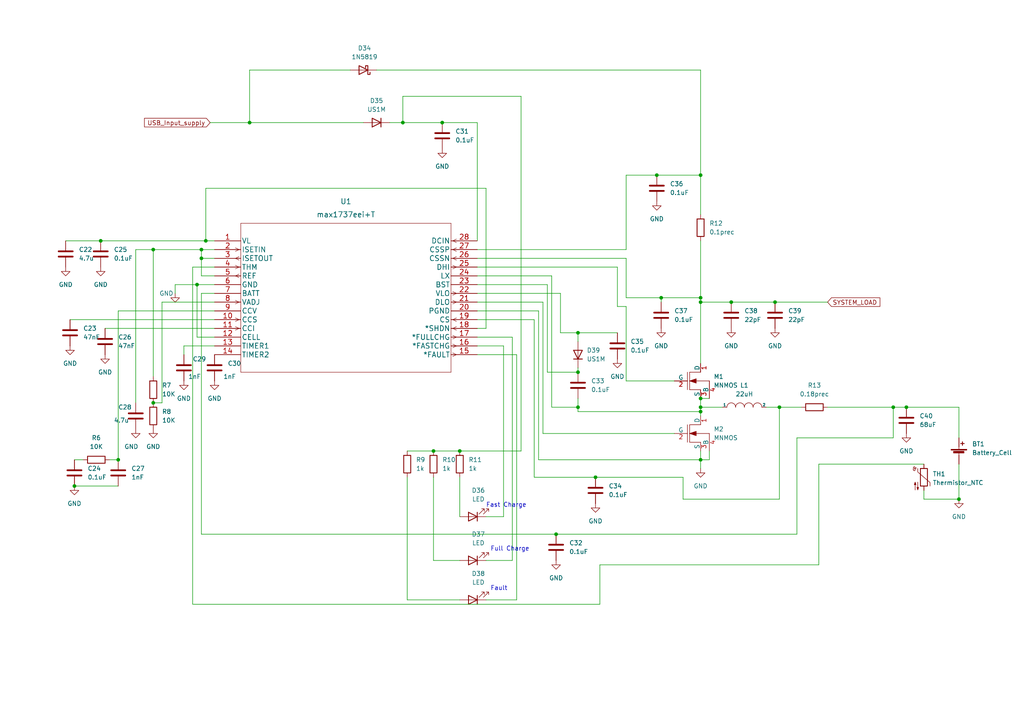
<source format=kicad_sch>
(kicad_sch (version 20211123) (generator eeschema)
  (paper "A4")
  (lib_symbols
    (symbol "Device:Battery_Cell" (pin_numbers hide) (pin_names (offset 0) hide)
      (property "Reference" "BT" (at 2.54 2.54 0))
      (property "Value" "Battery_Cell" (at 2.54 0 0))
      (symbol "Battery_Cell_0_1"
        (rectangle (start -2.286 1.778) (end 2.286 1.524) (fill (type outline)))
        (rectangle (start -1.5748 1.1938) (end 1.4732 0.6858) (fill (type outline)))
        (polyline (pts (xy 0 0.762) (xy 0 0)))
        (polyline (pts (xy 0 1.778) (xy 0 2.54)))
        (polyline (pts (xy 0.508 3.429) (xy 1.524 3.429)) (stroke (width 0.254)))
        (polyline (pts (xy 1.016 3.937) (xy 1.016 2.921)) (stroke (width 0.254)))
      )
      (symbol "Battery_Cell_1_1"
        (pin passive line (at 0 5.08 270) (length 2.54) (name "+") (number "1"))
        (pin passive line (at 0 -2.54 90) (length 2.54) (name "-") (number "2"))
      )
    )
    (symbol "Device:C" (pin_numbers hide) (pin_names (offset 0.254))
      (property "Reference" "C" (at 0.635 2.54 0))
      (property "Value" "C" (at 0.635 -2.54 0))
      (symbol "C_0_1"
        (polyline (pts (xy -2.032 -0.762) (xy 2.032 -0.762)) (stroke (width 0.508)))
        (polyline (pts (xy -2.032 0.762) (xy 2.032 0.762)) (stroke (width 0.508)))
      )
      (symbol "C_1_1"
        (pin passive line (at 0 3.81 270) (length 2.794) (name "~") (number "1"))
        (pin passive line (at 0 -3.81 90) (length 2.794) (name "~") (number "2"))
      )
    )
    (symbol "Device:LED" (pin_numbers hide) (pin_names (offset 1.016) hide)
      (property "Reference" "D" (at 0 2.54 0))
      (property "Value" "LED" (at 0 -2.54 0))
      (symbol "LED_0_1"
        (polyline (pts (xy -1.27 -1.27) (xy -1.27 1.27)) (stroke (width 0.254)))
        (polyline (pts (xy -1.27 0) (xy 1.27 0)))
        (polyline (pts (xy 1.27 -1.27) (xy 1.27 1.27) (xy -1.27 0) (xy 1.27 -1.27)) (stroke (width 0.254)))
        (polyline (pts (xy -3.048 -0.762) (xy -4.572 -2.286) (xy -3.81 -2.286) (xy -4.572 -2.286) (xy -4.572 -1.524)))
        (polyline (pts (xy -1.778 -0.762) (xy -3.302 -2.286) (xy -2.54 -2.286) (xy -3.302 -2.286) (xy -3.302 -1.524)))
      )
      (symbol "LED_1_1"
        (pin passive line (at -3.81 0 0) (length 2.54) (name "K") (number "1"))
        (pin passive line (at 3.81 0 180) (length 2.54) (name "A") (number "2"))
      )
    )
    (symbol "Device:R" (pin_numbers hide) (pin_names (offset 0))
      (property "Reference" "R" (at 2.032 0 90))
      (property "Value" "R" (at 0 0 90))
      (symbol "R_0_1"
        (rectangle (start -1.016 -2.54) (end 1.016 2.54) (stroke (width 0.254)))
      )
      (symbol "R_1_1"
        (pin passive line (at 0 3.81 270) (length 1.27) (name "~") (number "1"))
        (pin passive line (at 0 -3.81 90) (length 1.27) (name "~") (number "2"))
      )
    )
    (symbol "Device:Thermistor_NTC" (pin_numbers hide) (pin_names (offset 0))
      (property "Reference" "TH" (at -4.445 0 90))
      (property "Value" "Thermistor_NTC" (at 3.175 0 90))
      (symbol "Thermistor_NTC_0_1"
        (arc (start -3.048 2.159) (mid -3.0505 2.3165) (end -3.175 2.413))
        (arc (start -3.048 2.159) (mid -2.9736 1.9794) (end -2.794 1.905))
        (arc (start -3.048 2.794) (mid -2.9736 2.6144) (end -2.794 2.54))
        (arc (start -2.794 1.905) (mid -2.6144 1.9794) (end -2.54 2.159))
        (arc (start -2.794 2.54) (mid -2.434 2.5608) (end -2.159 2.794))
        (arc (start -2.794 3.048) (mid -2.9736 2.9736) (end -3.048 2.794))
        (arc (start -2.54 2.794) (mid -2.6144 2.9736) (end -2.794 3.048))
        (rectangle (start -1.016 2.54) (end 1.016 -2.54) (stroke (width 0.254)))
        (polyline (pts (xy -2.54 2.159) (xy -2.54 2.794)))
        (polyline (pts (xy -1.778 2.54) (xy -1.778 1.524) (xy 1.778 -1.524) (xy 1.778 -2.54)))
        (polyline (pts (xy -2.54 -3.683) (xy -2.54 -1.397) (xy -2.794 -2.159) (xy -2.286 -2.159) (xy -2.54 -1.397) (xy -2.54 -1.651)) (fill (type outline)))
        (polyline (pts (xy -1.778 -1.397) (xy -1.778 -3.683) (xy -2.032 -2.921) (xy -1.524 -2.921) (xy -1.778 -3.683) (xy -1.778 -3.429)) (fill (type outline)))
      )
      (symbol "Thermistor_NTC_1_1"
        (pin passive line (at 0 3.81 270) (length 1.27) (name "~") (number "1"))
        (pin passive line (at 0 -3.81 90) (length 1.27) (name "~") (number "2"))
      )
    )
    (symbol "Diode:1N5819" (pin_numbers hide) (pin_names (offset 1.016) hide)
      (property "Reference" "D" (at 0 2.54 0))
      (property "Value" "1N5819" (at 0 -2.54 0))
      (symbol "1N5819_0_1"
        (polyline (pts (xy 1.27 0) (xy -1.27 0)))
        (polyline (pts (xy 1.27 1.27) (xy 1.27 -1.27) (xy -1.27 0) (xy 1.27 1.27)) (stroke (width 0.254)))
        (polyline (pts (xy -1.905 0.635) (xy -1.905 1.27) (xy -1.27 1.27) (xy -1.27 -1.27) (xy -0.635 -1.27) (xy -0.635 -0.635)) (stroke (width 0.254)))
      )
      (symbol "1N5819_1_1"
        (pin passive line (at -3.81 0 0) (length 2.54) (name "K") (number "1"))
        (pin passive line (at 3.81 0 180) (length 2.54) (name "A") (number "2"))
      )
    )
    (symbol "Diode:US1M" (pin_numbers hide) (pin_names (offset 1.016) hide)
      (property "Reference" "D" (at 0 2.54 0))
      (property "Value" "US1M" (at 0 -2.54 0))
      (symbol "US1M_0_1"
        (polyline (pts (xy -1.27 1.27) (xy -1.27 -1.27)) (stroke (width 0.254)))
        (polyline (pts (xy 1.27 0) (xy -1.27 0)))
        (polyline (pts (xy 1.27 1.27) (xy 1.27 -1.27) (xy -1.27 0) (xy 1.27 1.27)) (stroke (width 0.254)))
      )
      (symbol "US1M_1_1"
        (pin passive line (at -3.81 0 0) (length 2.54) (name "K") (number "1"))
        (pin passive line (at 3.81 0 180) (length 2.54) (name "A") (number "2"))
      )
    )
    (symbol "max1737:max1737eei+T" (pin_names (offset 0.254))
      (property "Reference" "U" (at 38.1 10.16 0))
      (property "Value" "max1737eei+T" (at 38.1 7.62 0))
      (symbol "max1737eei+T_1_1"
        (polyline (pts (xy 7.112 -25.4) (xy 6.0452 -25.908)) (stroke (width 0.127)))
        (polyline (pts (xy 7.112 -25.4) (xy 6.0452 -24.892)) (stroke (width 0.127)))
        (polyline (pts (xy 7.112 -22.86) (xy 6.0452 -23.368)) (stroke (width 0.127)))
        (polyline (pts (xy 7.112 -22.86) (xy 6.0452 -22.352)) (stroke (width 0.127)))
        (polyline (pts (xy 7.112 -17.78) (xy 6.0452 -18.288)) (stroke (width 0.127)))
        (polyline (pts (xy 7.112 -17.78) (xy 6.0452 -17.272)) (stroke (width 0.127)))
        (polyline (pts (xy 7.112 -10.668) (xy 6.0452 -10.16)) (stroke (width 0.127)))
        (polyline (pts (xy 7.112 -9.652) (xy 6.0452 -10.16)) (stroke (width 0.127)))
        (polyline (pts (xy 7.112 -7.62) (xy 6.0452 -8.128)) (stroke (width 0.127)))
        (polyline (pts (xy 7.112 -7.62) (xy 6.0452 -7.112)) (stroke (width 0.127)))
        (polyline (pts (xy 7.112 -5.588) (xy 6.0452 -5.08)) (stroke (width 0.127)))
        (polyline (pts (xy 7.112 -4.572) (xy 6.0452 -5.08)) (stroke (width 0.127)))
        (polyline (pts (xy 7.112 -2.54) (xy 6.0452 -3.048)) (stroke (width 0.127)))
        (polyline (pts (xy 7.112 -2.54) (xy 6.0452 -2.032)) (stroke (width 0.127)))
        (polyline (pts (xy 7.62 -38.1) (xy 68.58 -38.1)) (stroke (width 0.127)))
        (polyline (pts (xy 7.62 5.08) (xy 7.62 -38.1)) (stroke (width 0.127)))
        (polyline (pts (xy 68.58 -38.1) (xy 68.58 5.08)) (stroke (width 0.127)))
        (polyline (pts (xy 68.58 5.08) (xy 7.62 5.08)) (stroke (width 0.127)))
        (polyline (pts (xy 69.088 -33.528) (xy 70.1548 -33.02)) (stroke (width 0.127)))
        (polyline (pts (xy 69.088 -32.512) (xy 70.1548 -33.02)) (stroke (width 0.127)))
        (polyline (pts (xy 69.088 -30.988) (xy 70.1548 -30.48)) (stroke (width 0.127)))
        (polyline (pts (xy 69.088 -29.972) (xy 70.1548 -30.48)) (stroke (width 0.127)))
        (polyline (pts (xy 69.088 -28.448) (xy 70.1548 -27.94)) (stroke (width 0.127)))
        (polyline (pts (xy 69.088 -27.432) (xy 70.1548 -27.94)) (stroke (width 0.127)))
        (polyline (pts (xy 69.088 -25.4) (xy 70.1548 -25.908)) (stroke (width 0.127)))
        (polyline (pts (xy 69.088 -25.4) (xy 70.1548 -24.892)) (stroke (width 0.127)))
        (polyline (pts (xy 69.088 -22.86) (xy 70.1548 -23.368)) (stroke (width 0.127)))
        (polyline (pts (xy 69.088 -22.86) (xy 70.1548 -22.352)) (stroke (width 0.127)))
        (polyline (pts (xy 69.088 -18.288) (xy 70.1548 -17.78)) (stroke (width 0.127)))
        (polyline (pts (xy 69.088 -17.272) (xy 70.1548 -17.78)) (stroke (width 0.127)))
        (polyline (pts (xy 69.088 -15.748) (xy 70.1548 -15.24)) (stroke (width 0.127)))
        (polyline (pts (xy 69.088 -14.732) (xy 70.1548 -15.24)) (stroke (width 0.127)))
        (polyline (pts (xy 69.088 -8.128) (xy 70.1548 -7.62)) (stroke (width 0.127)))
        (polyline (pts (xy 69.088 -7.112) (xy 70.1548 -7.62)) (stroke (width 0.127)))
        (polyline (pts (xy 69.088 -5.08) (xy 70.1548 -5.588)) (stroke (width 0.127)))
        (polyline (pts (xy 69.088 -5.08) (xy 70.1548 -4.572)) (stroke (width 0.127)))
        (polyline (pts (xy 69.088 -2.54) (xy 70.1548 -3.048)) (stroke (width 0.127)))
        (polyline (pts (xy 69.088 -2.54) (xy 70.1548 -2.032)) (stroke (width 0.127)))
        (polyline (pts (xy 69.088 0) (xy 70.1548 -0.508)) (stroke (width 0.127)))
        (polyline (pts (xy 69.088 0) (xy 70.1548 0.508)) (stroke (width 0.127)))
        (pin power_in line (at 0 0 0) (length 7.62) (name "VL") (number "1"))
        (pin input line (at 0 -22.86 0) (length 7.62) (name "CCS") (number "10"))
        (pin input line (at 0 -25.4 0) (length 7.62) (name "CCI") (number "11"))
        (pin unspecified line (at 0 -27.94 0) (length 7.62) (name "CELL") (number "12"))
        (pin unspecified line (at 0 -30.48 0) (length 7.62) (name "TIMER1") (number "13"))
        (pin unspecified line (at 0 -33.02 0) (length 7.62) (name "TIMER2") (number "14"))
        (pin output line (at 76.2 -33.02 180) (length 7.62) (name "*FAULT") (number "15"))
        (pin output line (at 76.2 -30.48 180) (length 7.62) (name "*FASTCHG") (number "16"))
        (pin output line (at 76.2 -27.94 180) (length 7.62) (name "*FULLCHG") (number "17"))
        (pin input line (at 76.2 -25.4 180) (length 7.62) (name "*SHDN") (number "18"))
        (pin input line (at 76.2 -22.86 180) (length 7.62) (name "CS") (number "19"))
        (pin input line (at 0 -2.54 0) (length 7.62) (name "ISETIN") (number "2"))
        (pin power_in line (at 76.2 -20.32 180) (length 7.62) (name "PGND") (number "20"))
        (pin output line (at 76.2 -17.78 180) (length 7.62) (name "DLO") (number "21"))
        (pin output line (at 76.2 -15.24 180) (length 7.62) (name "VLO") (number "22"))
        (pin unspecified line (at 76.2 -12.7 180) (length 7.62) (name "BST") (number "23"))
        (pin unspecified line (at 76.2 -10.16 180) (length 7.62) (name "LX") (number "24"))
        (pin output line (at 76.2 -7.62 180) (length 7.62) (name "DHI") (number "25"))
        (pin input line (at 76.2 -5.08 180) (length 7.62) (name "CSSN") (number "26"))
        (pin input line (at 76.2 -2.54 180) (length 7.62) (name "CSSP") (number "27"))
        (pin input line (at 76.2 0 180) (length 7.62) (name "DCIN") (number "28"))
        (pin output line (at 0 -5.08 0) (length 7.62) (name "ISETOUT") (number "3"))
        (pin input line (at 0 -7.62 0) (length 7.62) (name "THM") (number "4"))
        (pin output line (at 0 -10.16 0) (length 7.62) (name "REF") (number "5"))
        (pin power_in line (at 0 -12.7 0) (length 7.62) (name "GND") (number "6"))
        (pin power_in line (at 0 -15.24 0) (length 7.62) (name "BATT") (number "7"))
        (pin input line (at 0 -17.78 0) (length 7.62) (name "VADJ") (number "8"))
        (pin unspecified line (at 0 -20.32 0) (length 7.62) (name "CCV") (number "9"))
      )
    )
    (symbol "power:GND" (power) (pin_names (offset 0))
      (property "Value" "GND" (at 0 -3.81 0))
      (symbol "GND_0_1"
        (polyline (pts (xy 0 0) (xy 0 -1.27) (xy 1.27 -1.27) (xy 0 -2.54) (xy -1.27 -1.27) (xy 0 -1.27)))
      )
      (symbol "GND_1_1"
        (pin power_in line (at 0 0 270) (length 0) hide (name "GND") (number "1"))
      )
    )
    (symbol "pspice:INDUCTOR" (pin_numbers hide) (pin_names (offset 0))
      (property "Reference" "L" (at 0 2.54 0))
      (property "Value" "INDUCTOR" (at 0 -1.27 0))
      (symbol "INDUCTOR_0_1"
        (arc (start -2.54 0) (mid -3.81 1.27) (end -5.08 0))
        (arc (start 0 0) (mid -1.27 1.27) (end -2.54 0))
        (arc (start 2.54 0) (mid 1.27 1.27) (end 0 0))
        (arc (start 5.08 0) (mid 3.81 1.27) (end 2.54 0))
      )
      (symbol "INDUCTOR_1_1"
        (pin input line (at -6.35 0 0) (length 1.27) (name "1") (number "1"))
        (pin input line (at 6.35 0 180) (length 1.27) (name "2") (number "2"))
      )
    )
    (symbol "pspice:MNMOS" (pin_names (offset 0))
      (property "Reference" "M" (at 7.62 1.27 0))
      (property "Value" "MNMOS" (at 7.62 -1.27 0))
      (symbol "MNMOS_0_1"
        (polyline (pts (xy -1.27 -2.54) (xy -1.27 2.54)))
        (polyline (pts (xy -0.635 -2.54) (xy 2.54 -2.54)))
        (polyline (pts (xy 2.54 2.54) (xy -0.635 2.54)))
        (polyline (pts (xy 5.08 0) (xy -0.635 0)))
        (polyline (pts (xy -0.635 0) (xy 1.27 0.635) (xy 1.27 -0.635) (xy -0.635 0)) (fill (type outline)))
      )
      (symbol "MNMOS_1_1"
        (polyline (pts (xy -0.635 -2.54) (xy -0.635 2.54)))
        (pin passive line (at 2.54 5.08 270) (length 2.54) (name "D") (number "1"))
        (pin input line (at -5.08 0 0) (length 3.81) (name "G") (number "2"))
        (pin passive line (at 2.54 -5.08 90) (length 2.54) (name "S") (number "3"))
        (pin input line (at 5.08 -5.08 90) (length 5.08) (name "B") (number "4"))
      )
    )
  )
  (junction (at 21.59 140.97))
  (junction (at 172.72 138.43))
  (junction (at 72.39 35.56))
  (junction (at 259.08 118.11))
  (junction (at 203.2 87.63))
  (junction (at 59.69 69.85))
  (junction (at 226.06 118.11))
  (junction (at 44.45 116.84))
  (junction (at 34.29 133.35))
  (junction (at 212.09 87.63))
  (junction (at 29.21 69.85))
  (junction (at 44.45 72.39))
  (junction (at 203.2 119.38))
  (junction (at 224.79 87.63))
  (junction (at 133.35 130.81))
  (junction (at 116.84 35.56))
  (junction (at 203.2 118.11))
  (junction (at 125.73 130.81))
  (junction (at 161.29 154.94))
  (junction (at 167.64 107.95))
  (junction (at 203.2 133.35))
  (junction (at 128.27 35.56))
  (junction (at 191.77 86.36))
  (junction (at 203.2 50.8))
  (junction (at 203.2 86.36))
  (junction (at 58.42 74.93))
  (junction (at 167.64 96.52))
  (junction (at 278.13 144.78))
  (junction (at 203.2 115.57))
  (junction (at 58.42 72.39))
  (junction (at 190.5 50.8))
  (junction (at 167.64 118.11))
  (junction (at 57.15 82.55))
  (junction (at 262.89 118.11))
  (wire (pts (xy 167.64 96.52) (xy 167.64 99.06)))
  (wire (pts (xy 278.13 118.11) (xy 262.89 118.11)))
  (wire (pts (xy 167.64 119.38) (xy 203.2 119.38)))
  (wire (pts (xy 191.77 86.36) (xy 203.2 86.36)))
  (wire (pts (xy 154.94 92.71) (xy 154.94 138.43)))
  (wire (pts (xy 278.13 134.62) (xy 278.13 144.78)))
  (wire (pts (xy 158.75 107.95) (xy 167.64 107.95)))
  (wire (pts (xy 203.2 119.38) (xy 203.2 120.65)))
  (wire (pts (xy 101.6 20.32) (xy 72.39 20.32)))
  (wire (pts (xy 160.02 118.11) (xy 167.64 118.11)))
  (wire (pts (xy 259.08 118.11) (xy 262.89 118.11)))
  (wire (pts (xy 231.14 127) (xy 231.14 154.94)))
  (wire (pts (xy 181.61 110.49) (xy 181.61 88.9)))
  (wire (pts (xy 55.88 175.26) (xy 173.99 175.26)))
  (wire (pts (xy 157.48 125.73) (xy 195.58 125.73)))
  (wire (pts (xy 198.12 138.43) (xy 198.12 144.78)))
  (wire (pts (xy 46.99 87.63) (xy 46.99 116.84)))
  (wire (pts (xy 160.02 80.01) (xy 160.02 118.11)))
  (wire (pts (xy 109.22 20.32) (xy 203.2 20.32)))
  (wire (pts (xy 140.97 162.56) (xy 148.59 162.56)))
  (wire (pts (xy 203.2 115.57) (xy 205.74 115.57)))
  (wire (pts (xy 181.61 86.36) (xy 191.77 86.36)))
  (wire (pts (xy 203.2 118.11) (xy 203.2 119.38)))
  (wire (pts (xy 151.13 130.81) (xy 133.35 130.81)))
  (wire (pts (xy 162.56 96.52) (xy 167.64 96.52)))
  (wire (pts (xy 179.07 88.9) (xy 179.07 77.47)))
  (wire (pts (xy 149.86 173.99) (xy 149.86 102.87)))
  (wire (pts (xy 167.64 119.38) (xy 167.64 118.11)))
  (wire (pts (xy 57.15 82.55) (xy 50.8 82.55)))
  (wire (pts (xy 62.23 82.55) (xy 57.15 82.55)))
  (wire (pts (xy 190.5 50.8) (xy 203.2 50.8)))
  (wire (pts (xy 116.84 35.56) (xy 128.27 35.56)))
  (wire (pts (xy 158.75 82.55) (xy 158.75 107.95)))
  (wire (pts (xy 226.06 118.11) (xy 232.41 118.11)))
  (wire (pts (xy 46.99 87.63) (xy 62.23 87.63)))
  (wire (pts (xy 59.69 54.61) (xy 59.69 69.85)))
  (wire (pts (xy 205.74 130.81) (xy 205.74 133.35)))
  (wire (pts (xy 34.29 90.17) (xy 34.29 133.35)))
  (wire (pts (xy 58.42 72.39) (xy 62.23 72.39)))
  (wire (pts (xy 125.73 162.56) (xy 133.35 162.56)))
  (wire (pts (xy 62.23 97.79) (xy 57.15 97.79)))
  (wire (pts (xy 148.59 97.79) (xy 138.43 97.79)))
  (wire (pts (xy 116.84 27.94) (xy 151.13 27.94)))
  (wire (pts (xy 267.97 144.78) (xy 267.97 142.24)))
  (wire (pts (xy 30.48 95.25) (xy 62.23 95.25)))
  (wire (pts (xy 167.64 107.95) (xy 167.64 106.68)))
  (wire (pts (xy 209.55 118.11) (xy 203.2 118.11)))
  (wire (pts (xy 203.2 133.35) (xy 203.2 135.89)))
  (wire (pts (xy 140.97 149.86) (xy 146.05 149.86)))
  (wire (pts (xy 59.69 69.85) (xy 62.23 69.85)))
  (wire (pts (xy 39.37 72.39) (xy 44.45 72.39)))
  (wire (pts (xy 19.05 69.85) (xy 29.21 69.85)))
  (wire (pts (xy 161.29 154.94) (xy 231.14 154.94)))
  (wire (pts (xy 138.43 82.55) (xy 158.75 82.55)))
  (wire (pts (xy 116.84 35.56) (xy 116.84 27.94)))
  (wire (pts (xy 172.72 138.43) (xy 198.12 138.43)))
  (wire (pts (xy 156.21 90.17) (xy 156.21 133.35)))
  (wire (pts (xy 138.43 74.93) (xy 181.61 74.93)))
  (wire (pts (xy 34.29 90.17) (xy 62.23 90.17)))
  (wire (pts (xy 21.59 133.35) (xy 24.13 133.35)))
  (wire (pts (xy 62.23 85.09) (xy 58.42 85.09)))
  (wire (pts (xy 212.09 87.63) (xy 224.79 87.63)))
  (wire (pts (xy 57.15 97.79) (xy 57.15 82.55)))
  (wire (pts (xy 267.97 134.62) (xy 237.49 134.62)))
  (wire (pts (xy 118.11 138.43) (xy 118.11 173.99)))
  (wire (pts (xy 240.03 118.11) (xy 259.08 118.11)))
  (wire (pts (xy 138.43 90.17) (xy 156.21 90.17)))
  (wire (pts (xy 58.42 80.01) (xy 58.42 74.93)))
  (wire (pts (xy 181.61 88.9) (xy 179.07 88.9)))
  (wire (pts (xy 125.73 138.43) (xy 125.73 162.56)))
  (wire (pts (xy 50.8 82.55) (xy 50.8 85.09)))
  (wire (pts (xy 62.23 74.93) (xy 58.42 74.93)))
  (wire (pts (xy 162.56 85.09) (xy 162.56 96.52)))
  (wire (pts (xy 133.35 138.43) (xy 133.35 149.86)))
  (wire (pts (xy 179.07 77.47) (xy 138.43 77.47)))
  (wire (pts (xy 181.61 110.49) (xy 195.58 110.49)))
  (wire (pts (xy 44.45 72.39) (xy 58.42 72.39)))
  (wire (pts (xy 140.97 54.61) (xy 140.97 95.25)))
  (wire (pts (xy 125.73 130.81) (xy 133.35 130.81)))
  (wire (pts (xy 72.39 20.32) (xy 72.39 35.56)))
  (wire (pts (xy 39.37 116.84) (xy 39.37 72.39)))
  (wire (pts (xy 203.2 86.36) (xy 203.2 87.63)))
  (wire (pts (xy 179.07 96.52) (xy 167.64 96.52)))
  (wire (pts (xy 278.13 144.78) (xy 267.97 144.78)))
  (wire (pts (xy 181.61 50.8) (xy 181.61 72.39)))
  (wire (pts (xy 138.43 80.01) (xy 160.02 80.01)))
  (wire (pts (xy 146.05 149.86) (xy 146.05 100.33)))
  (wire (pts (xy 58.42 154.94) (xy 161.29 154.94)))
  (wire (pts (xy 237.49 163.83) (xy 173.99 163.83)))
  (wire (pts (xy 205.74 133.35) (xy 203.2 133.35)))
  (wire (pts (xy 58.42 85.09) (xy 58.42 154.94)))
  (wire (pts (xy 138.43 87.63) (xy 157.48 87.63)))
  (wire (pts (xy 167.64 115.57) (xy 167.64 118.11)))
  (wire (pts (xy 203.2 20.32) (xy 203.2 50.8)))
  (wire (pts (xy 72.39 35.56) (xy 105.41 35.56)))
  (wire (pts (xy 21.59 140.97) (xy 34.29 140.97)))
  (wire (pts (xy 156.21 133.35) (xy 203.2 133.35)))
  (wire (pts (xy 226.06 144.78) (xy 226.06 118.11)))
  (wire (pts (xy 149.86 102.87) (xy 138.43 102.87)))
  (wire (pts (xy 222.25 118.11) (xy 226.06 118.11)))
  (wire (pts (xy 140.97 173.99) (xy 149.86 173.99)))
  (wire (pts (xy 44.45 72.39) (xy 44.45 109.22)))
  (wire (pts (xy 113.03 35.56) (xy 116.84 35.56)))
  (wire (pts (xy 231.14 127) (xy 259.08 127)))
  (wire (pts (xy 154.94 138.43) (xy 172.72 138.43)))
  (wire (pts (xy 118.11 130.81) (xy 125.73 130.81)))
  (wire (pts (xy 237.49 134.62) (xy 237.49 163.83)))
  (wire (pts (xy 62.23 100.33) (xy 53.34 100.33)))
  (wire (pts (xy 203.2 69.85) (xy 203.2 86.36)))
  (wire (pts (xy 55.88 77.47) (xy 62.23 77.47)))
  (wire (pts (xy 62.23 80.01) (xy 58.42 80.01)))
  (wire (pts (xy 157.48 87.63) (xy 157.48 125.73)))
  (wire (pts (xy 140.97 95.25) (xy 138.43 95.25)))
  (wire (pts (xy 191.77 86.36) (xy 191.77 87.63)))
  (wire (pts (xy 138.43 72.39) (xy 181.61 72.39)))
  (wire (pts (xy 31.75 133.35) (xy 34.29 133.35)))
  (wire (pts (xy 181.61 74.93) (xy 181.61 86.36)))
  (wire (pts (xy 53.34 100.33) (xy 53.34 102.87)))
  (wire (pts (xy 203.2 87.63) (xy 203.2 105.41)))
  (wire (pts (xy 151.13 27.94) (xy 151.13 130.81)))
  (wire (pts (xy 138.43 85.09) (xy 162.56 85.09)))
  (wire (pts (xy 224.79 87.63) (xy 240.03 87.63)))
  (wire (pts (xy 198.12 144.78) (xy 226.06 144.78)))
  (wire (pts (xy 203.2 87.63) (xy 212.09 87.63)))
  (wire (pts (xy 128.27 35.56) (xy 138.43 35.56)))
  (wire (pts (xy 259.08 127) (xy 259.08 118.11)))
  (wire (pts (xy 29.21 69.85) (xy 59.69 69.85)))
  (wire (pts (xy 138.43 92.71) (xy 154.94 92.71)))
  (wire (pts (xy 59.69 54.61) (xy 140.97 54.61)))
  (wire (pts (xy 148.59 162.56) (xy 148.59 97.79)))
  (wire (pts (xy 20.32 92.71) (xy 62.23 92.71)))
  (wire (pts (xy 138.43 69.85) (xy 138.43 35.56)))
  (wire (pts (xy 55.88 175.26) (xy 55.88 77.47)))
  (wire (pts (xy 60.96 35.56) (xy 72.39 35.56)))
  (wire (pts (xy 46.99 116.84) (xy 44.45 116.84)))
  (wire (pts (xy 146.05 100.33) (xy 138.43 100.33)))
  (wire (pts (xy 203.2 50.8) (xy 203.2 62.23)))
  (wire (pts (xy 58.42 74.93) (xy 58.42 72.39)))
  (wire (pts (xy 173.99 163.83) (xy 173.99 175.26)))
  (wire (pts (xy 203.2 115.57) (xy 203.2 118.11)))
  (wire (pts (xy 181.61 50.8) (xy 190.5 50.8)))
  (wire (pts (xy 118.11 173.99) (xy 133.35 173.99)))
  (wire (pts (xy 203.2 133.35) (xy 203.2 130.81)))
  (wire (pts (xy 278.13 127) (xy 278.13 118.11)))
  (text "Full Charge" (at 142.24 160.02 0) (effects (font (size 1.27 1.27)) (justify left bottom)))
  (text "Fast Charge" (at 140.97 147.32 0) (effects (font (size 1.27 1.27)) (justify left bottom)))
  (text "Fault" (at 142.24 171.45 0) (effects (font (size 1.27 1.27)) (justify left bottom)))
  (global_label "SYSTEM_LOAD" (shape input) (at 240.03 87.63 0) (property "Intersheet References" "${INTERSHEET_REFS}" (effects hide)))
  (global_label "USB_Input_supply" (shape input) (at 60.96 35.56 180) (property "Intersheet References" "${INTERSHEET_REFS}" (effects hide)))
  (symbol (lib_id "Diode:1N5819") (at 105.41 20.32 180) (unit 1)
    (property "Reference" "D34" (at 105.7275 13.97 0))
    (property "Value" "1N5819" (at 105.7275 16.51 0))
    (property "Footprint" "Diode_THT:D_DO-41_SOD81_P10.16mm_Horizontal" (effects hide))
    (property "Datasheet" "http://www.vishay.com/docs/88525/1n5817.pdf" (effects hide))
  )
  (symbol (lib_id "Device:R") (at 203.2 66.04 0) (unit 1)
    (property "Reference" "R12" (at 205.74 64.7699 0) (effects (justify left)))
    (property "Value" "0.1prec" (at 205.74 67.3099 0) (effects (justify left)))
    (property "Footprint" "Resistor_SMD:R_2512_6332Metric_Pad1.40x3.35mm_HandSolder" (effects hide))
  )
  (symbol (lib_id "Device:C") (at 172.72 142.24 0) (unit 1)
    (property "Reference" "C34" (at 176.53 140.9699 0) (effects (justify left)))
    (property "Value" "0.1uF" (at 176.53 143.5099 0) (effects (justify left)))
    (property "Footprint" "Capacitor_SMD:C_0805_2012Metric_Pad1.18x1.45mm_HandSolder" (effects hide))
  )
  (symbol (lib_id "power:GND") (at 224.79 95.25 0) (unit 1)
    (property "Reference" "#PWR0177" (effects hide))
    (property "Value" "GND" (at 224.79 100.33 0))
  )
  (symbol (lib_id "power:GND") (at 62.23 110.49 0) (unit 1)
    (property "Reference" "#PWR0175" (effects hide))
    (property "Value" "GND" (at 62.23 115.57 0))
  )
  (symbol (lib_id "power:GND") (at 44.45 124.46 0) (unit 1)
    (property "Reference" "#PWR0164" (effects hide))
    (property "Value" "GND" (at 44.45 129.54 0))
  )
  (symbol (lib_id "Device:R") (at 125.73 134.62 0) (unit 1)
    (property "Reference" "R10" (at 128.27 133.3499 0) (effects (justify left)))
    (property "Value" "1k" (at 128.27 135.8899 0) (effects (justify left)))
    (property "Footprint" "Resistor_SMD:R_0805_2012Metric_Pad1.20x1.40mm_HandSolder" (effects hide))
  )
  (symbol (lib_id "power:GND") (at 161.29 162.56 0) (unit 1)
    (property "Reference" "#PWR0174" (effects hide))
    (property "Value" "GND" (at 161.29 167.64 0))
  )
  (symbol (lib_id "Device:C") (at 190.5 54.61 0) (unit 1)
    (property "Reference" "C36" (at 194.31 53.3399 0) (effects (justify left)))
    (property "Value" "0.1uF" (at 194.31 55.8799 0) (effects (justify left)))
    (property "Footprint" "Capacitor_SMD:C_0805_2012Metric_Pad1.18x1.45mm_HandSolder" (effects hide))
  )
  (symbol (lib_id "Device:LED") (at 137.16 162.56 180) (unit 1)
    (property "Reference" "D37" (at 138.7475 154.94 0))
    (property "Value" "LED" (at 138.7475 157.48 0))
    (property "Footprint" "LED_SMD:LED_0603_1608Metric_Pad1.05x0.95mm_HandSolder" (effects hide))
  )
  (symbol (lib_id "pspice:INDUCTOR") (at 215.9 118.11 0) (unit 1)
    (property "Reference" "L1" (at 215.9 111.76 0))
    (property "Value" "22uH" (at 215.9 114.3 0))
    (property "Footprint" "inductors:inductors" (effects hide))
  )
  (symbol (lib_id "power:GND") (at 190.5 58.42 0) (unit 1)
    (property "Reference" "#PWR0172" (effects hide))
    (property "Value" "GND" (at 190.5 63.5 0))
  )
  (symbol (lib_id "Device:LED") (at 137.16 149.86 180) (unit 1)
    (property "Reference" "D36" (at 138.7475 142.24 0))
    (property "Value" "LED" (at 138.7475 144.78 0))
    (property "Footprint" "LED_SMD:LED_0603_1608Metric_Pad1.05x0.95mm_HandSolder" (effects hide))
  )
  (symbol (lib_id "power:GND") (at 262.89 125.73 0) (unit 1)
    (property "Reference" "#PWR0182" (effects hide))
    (property "Value" "GND" (at 262.89 130.81 0))
  )
  (symbol (lib_id "power:GND") (at 29.21 77.47 0) (unit 1)
    (property "Reference" "#PWR0166" (effects hide))
    (property "Value" "GND" (at 29.21 82.55 0))
  )
  (symbol (lib_id "Device:R") (at 236.22 118.11 90) (unit 1)
    (property "Reference" "R13" (at 236.22 111.76 90))
    (property "Value" "0.18prec" (at 236.22 114.3 90))
    (property "Footprint" "Resistor_THT:R_Axial_DIN0309_L9.0mm_D3.2mm_P25.40mm_Horizontal" (effects hide))
  )
  (symbol (lib_id "Device:C") (at 29.21 73.66 0) (unit 1)
    (property "Reference" "C25" (at 33.02 72.3899 0) (effects (justify left)))
    (property "Value" "0.1uF" (at 33.02 74.9299 0) (effects (justify left)))
    (property "Footprint" "Capacitor_SMD:C_0805_2012Metric_Pad1.18x1.45mm_HandSolder" (effects hide))
  )
  (symbol (lib_id "power:GND") (at 53.34 110.49 0) (unit 1)
    (property "Reference" "#PWR0171" (effects hide))
    (property "Value" "GND" (at 53.34 115.57 0))
  )
  (symbol (lib_id "power:GND") (at 20.32 100.33 0) (unit 1)
    (property "Reference" "#PWR0169" (effects hide))
    (property "Value" "GND" (at 20.32 105.41 0))
  )
  (symbol (lib_id "Device:R") (at 44.45 120.65 0) (unit 1)
    (property "Reference" "R8" (at 46.99 119.3799 0) (effects (justify left)))
    (property "Value" "10K" (at 46.99 121.9199 0) (effects (justify left)))
    (property "Footprint" "Resistor_SMD:R_0805_2012Metric_Pad1.20x1.40mm_HandSolder" (effects hide))
  )
  (symbol (lib_id "power:GND") (at 19.05 77.47 0) (unit 1)
    (property "Reference" "#PWR0165" (effects hide))
    (property "Value" "GND" (at 19.05 82.55 0))
  )
  (symbol (lib_id "pspice:MNMOS") (at 200.66 110.49 0) (unit 1)
    (property "Reference" "M1" (at 207.01 109.2199 0) (effects (justify left)))
    (property "Value" "MNMOS" (at 207.01 111.7599 0) (effects (justify left)))
    (property "Footprint" "Package_TO_SOT_SMD:SOT-223" (effects hide))
  )
  (symbol (lib_id "Diode:US1M") (at 167.64 102.87 90) (unit 1)
    (property "Reference" "D39" (at 170.18 101.5999 90) (effects (justify right)))
    (property "Value" "US1M" (at 170.18 104.1399 90) (effects (justify right)))
    (property "Footprint" "Diode_SMD:D_SMA" (effects hide))
    (property "Datasheet" "https://www.diodes.com/assets/Datasheets/ds16008.pdf" (effects hide))
  )
  (symbol (lib_id "Device:C") (at 20.32 96.52 0) (unit 1)
    (property "Reference" "C23" (at 24.13 95.2499 0) (effects (justify left)))
    (property "Value" "47nF" (at 24.13 97.7899 0) (effects (justify left)))
    (property "Footprint" "Capacitor_SMD:C_0805_2012Metric_Pad1.18x1.45mm_HandSolder" (effects hide))
  )
  (symbol (lib_id "power:GND") (at 203.2 135.89 0) (unit 1)
    (property "Reference" "#PWR0181" (effects hide))
    (property "Value" "GND" (at 203.2 140.97 0))
  )
  (symbol (lib_id "Device:C") (at 179.07 100.33 0) (unit 1)
    (property "Reference" "C35" (at 182.88 99.0599 0) (effects (justify left)))
    (property "Value" "0.1uF" (at 182.88 101.5999 0) (effects (justify left)))
    (property "Footprint" "Capacitor_SMD:C_0805_2012Metric_Pad1.18x1.45mm_HandSolder" (effects hide))
  )
  (symbol (lib_id "Device:C") (at 53.34 106.68 0) (unit 1)
    (property "Reference" "C29" (at 55.88 104.14 0) (effects (justify left)))
    (property "Value" "1nF" (at 54.61 109.22 0) (effects (justify left)))
    (property "Footprint" "Capacitor_SMD:C_0805_2012Metric_Pad1.18x1.45mm_HandSolder" (effects hide))
  )
  (symbol (lib_id "Device:R") (at 133.35 134.62 0) (unit 1)
    (property "Reference" "R11" (at 135.89 133.3499 0) (effects (justify left)))
    (property "Value" "1k" (at 135.89 135.8899 0) (effects (justify left)))
    (property "Footprint" "Resistor_SMD:R_0805_2012Metric_Pad1.20x1.40mm_HandSolder" (effects hide))
  )
  (symbol (lib_id "Device:C") (at 128.27 39.37 0) (unit 1)
    (property "Reference" "C31" (at 132.08 38.0999 0) (effects (justify left)))
    (property "Value" "0.1uF" (at 132.08 40.6399 0) (effects (justify left)))
    (property "Footprint" "Capacitor_SMD:C_0805_2012Metric_Pad1.18x1.45mm_HandSolder" (effects hide))
  )
  (symbol (lib_id "Device:C") (at 161.29 158.75 0) (unit 1)
    (property "Reference" "C32" (at 165.1 157.4799 0) (effects (justify left)))
    (property "Value" "0.1uF" (at 165.1 160.0199 0) (effects (justify left)))
    (property "Footprint" "Capacitor_SMD:C_0805_2012Metric_Pad1.18x1.45mm_HandSolder" (effects hide))
  )
  (symbol (lib_id "power:GND") (at 172.72 146.05 0) (unit 1)
    (property "Reference" "#PWR0180" (effects hide))
    (property "Value" "GND" (at 172.72 151.13 0))
  )
  (symbol (lib_id "Device:C") (at 167.64 111.76 0) (unit 1)
    (property "Reference" "C33" (at 171.45 110.4899 0) (effects (justify left)))
    (property "Value" "0.1uF" (at 171.45 113.0299 0) (effects (justify left)))
    (property "Footprint" "Capacitor_SMD:C_0805_2012Metric_Pad1.18x1.45mm_HandSolder" (effects hide))
  )
  (symbol (lib_id "power:GND") (at 21.59 140.97 0) (unit 1)
    (property "Reference" "#PWR0170" (effects hide))
    (property "Value" "GND" (at 21.59 146.05 0))
  )
  (symbol (lib_id "power:GND") (at 50.8 85.09 0) (unit 1)
    (property "Reference" "#PWR0167" (effects hide))
    (property "Value" "GND" (at 48.26 85.09 0))
  )
  (symbol (lib_id "Device:R") (at 27.94 133.35 270) (unit 1)
    (property "Reference" "R6" (at 27.94 127 90))
    (property "Value" "10K" (at 27.94 129.54 90))
    (property "Footprint" "Resistor_SMD:R_0805_2012Metric_Pad1.20x1.40mm_HandSolder" (effects hide))
  )
  (symbol (lib_id "power:GND") (at 278.13 144.78 0) (unit 1)
    (property "Reference" "#PWR0183" (effects hide))
    (property "Value" "GND" (at 278.13 149.86 0))
  )
  (symbol (lib_id "power:GND") (at 30.48 102.87 0) (unit 1)
    (property "Reference" "#PWR0168" (effects hide))
    (property "Value" "GND" (at 30.48 107.95 0))
  )
  (symbol (lib_id "Device:R") (at 44.45 113.03 0) (unit 1)
    (property "Reference" "R7" (at 46.99 111.7599 0) (effects (justify left)))
    (property "Value" "10K" (at 46.99 114.2999 0) (effects (justify left)))
    (property "Footprint" "Resistor_SMD:R_0805_2012Metric_Pad1.20x1.40mm_HandSolder" (effects hide))
  )
  (symbol (lib_id "Device:C") (at 191.77 91.44 0) (unit 1)
    (property "Reference" "C37" (at 195.58 90.1699 0) (effects (justify left)))
    (property "Value" "0.1uF" (at 195.58 92.7099 0) (effects (justify left)))
    (property "Footprint" "Capacitor_SMD:C_0805_2012Metric_Pad1.18x1.45mm_HandSolder" (effects hide))
  )
  (symbol (lib_id "power:GND") (at 191.77 95.25 0) (unit 1)
    (property "Reference" "#PWR0179" (effects hide))
    (property "Value" "GND" (at 191.77 100.33 0))
  )
  (symbol (lib_id "Device:Thermistor_NTC") (at 267.97 138.43 0) (unit 1)
    (property "Reference" "TH1" (at 270.51 137.4774 0) (effects (justify left)))
    (property "Value" "Thermistor_NTC" (at 270.51 140.0174 0) (effects (justify left)))
    (property "Footprint" "Capacitor_THT:C_Disc_D5.0mm_W2.5mm_P5.00mm" (effects hide))
  )
  (symbol (lib_id "Device:C") (at 34.29 137.16 0) (unit 1)
    (property "Reference" "C27" (at 38.1 135.8899 0) (effects (justify left)))
    (property "Value" "1nF" (at 38.1 138.4299 0) (effects (justify left)))
    (property "Footprint" "Capacitor_SMD:C_0805_2012Metric_Pad1.18x1.45mm_HandSolder" (effects hide))
  )
  (symbol (lib_id "Device:C") (at 224.79 91.44 0) (unit 1)
    (property "Reference" "C39" (at 228.6 90.1699 0) (effects (justify left)))
    (property "Value" "22pF" (at 228.6 92.7099 0) (effects (justify left)))
    (property "Footprint" "Capacitor_SMD:C_0805_2012Metric_Pad1.18x1.45mm_HandSolder" (effects hide))
  )
  (symbol (lib_id "power:GND") (at 212.09 95.25 0) (unit 1)
    (property "Reference" "#PWR0176" (effects hide))
    (property "Value" "GND" (at 212.09 100.33 0))
  )
  (symbol (lib_id "Device:C") (at 39.37 120.65 0) (unit 1)
    (property "Reference" "C28" (at 34.29 118.11 0) (effects (justify left)))
    (property "Value" "4.7u" (at 33.02 121.92 0) (effects (justify left)))
    (property "Footprint" "Capacitor_SMD:C_0805_2012Metric_Pad1.18x1.45mm_HandSolder" (effects hide))
  )
  (symbol (lib_id "Device:C") (at 62.23 106.68 0) (unit 1)
    (property "Reference" "C30" (at 66.04 105.41 0) (effects (justify left)))
    (property "Value" "1nF" (at 64.77 109.22 0) (effects (justify left)))
    (property "Footprint" "Capacitor_SMD:C_0805_2012Metric_Pad1.18x1.45mm_HandSolder" (effects hide))
  )
  (symbol (lib_id "Device:Battery_Cell") (at 278.13 132.08 0) (unit 1)
    (property "Reference" "BT1" (at 281.94 128.7779 0) (effects (justify left)))
    (property "Value" "Battery_Cell" (at 281.94 131.3179 0) (effects (justify left)))
    (property "Footprint" "Connector_PinSocket_2.54mm:PinSocket_1x02_P2.54mm_Vertical" (effects hide))
  )
  (symbol (lib_id "Device:C") (at 30.48 99.06 0) (unit 1)
    (property "Reference" "C26" (at 34.29 97.7899 0) (effects (justify left)))
    (property "Value" "47nF" (at 34.29 100.3299 0) (effects (justify left)))
    (property "Footprint" "Capacitor_SMD:C_0805_2012Metric_Pad1.18x1.45mm_HandSolder" (effects hide))
  )
  (symbol (lib_id "Diode:US1M") (at 109.22 35.56 180) (unit 1)
    (property "Reference" "D35" (at 109.22 29.21 0))
    (property "Value" "US1M" (at 109.22 31.75 0))
    (property "Footprint" "Diode_SMD:D_SMA" (effects hide))
    (property "Datasheet" "https://www.diodes.com/assets/Datasheets/ds16008.pdf" (effects hide))
  )
  (symbol (lib_id "power:GND") (at 128.27 43.18 0) (unit 1)
    (property "Reference" "#PWR0173" (effects hide))
    (property "Value" "GND" (at 128.27 48.26 0))
  )
  (symbol (lib_id "Device:C") (at 19.05 73.66 0) (unit 1)
    (property "Reference" "C22" (at 22.86 72.3899 0) (effects (justify left)))
    (property "Value" "4.7u" (at 22.86 74.9299 0) (effects (justify left)))
    (property "Footprint" "Capacitor_SMD:C_0805_2012Metric_Pad1.18x1.45mm_HandSolder" (effects hide))
  )
  (symbol (lib_id "Device:C") (at 212.09 91.44 0) (unit 1)
    (property "Reference" "C38" (at 215.9 90.1699 0) (effects (justify left)))
    (property "Value" "22pF" (at 215.9 92.7099 0) (effects (justify left)))
    (property "Footprint" "Capacitor_SMD:C_0805_2012Metric_Pad1.18x1.45mm_HandSolder" (effects hide))
  )
  (symbol (lib_id "Device:LED") (at 137.16 173.99 180) (unit 1)
    (property "Reference" "D38" (at 138.7475 166.37 0))
    (property "Value" "LED" (at 138.7475 168.91 0))
    (property "Footprint" "LED_SMD:LED_0603_1608Metric_Pad1.05x0.95mm_HandSolder" (effects hide))
  )
  (symbol (lib_id "max1737:max1737eei+T") (at 62.23 69.85 0) (unit 1)
    (property "Reference" "U1" (at 100.33 58.42 0) (effects (font (size 1.524 1.524))))
    (property "Value" "max1737eei+T" (at 100.33 62.23 0) (effects (font (size 1.524 1.524))))
    (property "Footprint" "max1737:max1737eei&plus_T" (effects hide))
  )
  (symbol (lib_id "power:GND") (at 179.07 104.14 0) (unit 1)
    (property "Reference" "#PWR0178" (effects hide))
    (property "Value" "GND" (at 179.07 109.22 0))
  )
  (symbol (lib_id "Device:R") (at 118.11 134.62 0) (unit 1)
    (property "Reference" "R9" (at 120.65 133.3499 0) (effects (justify left)))
    (property "Value" "1k" (at 120.65 135.8899 0) (effects (justify left)))
    (property "Footprint" "Resistor_SMD:R_0805_2012Metric_Pad1.20x1.40mm_HandSolder" (effects hide))
  )
  (symbol (lib_id "Device:C") (at 21.59 137.16 0) (unit 1)
    (property "Reference" "C24" (at 25.4 135.8899 0) (effects (justify left)))
    (property "Value" "0.1uF" (at 25.4 138.4299 0) (effects (justify left)))
    (property "Footprint" "Capacitor_SMD:C_0805_2012Metric_Pad1.18x1.45mm_HandSolder" (effects hide))
  )
  (symbol (lib_id "pspice:MNMOS") (at 200.66 125.73 0) (unit 1)
    (property "Reference" "M2" (at 207.01 124.4599 0) (effects (justify left)))
    (property "Value" "MNMOS" (at 207.01 126.9999 0) (effects (justify left)))
    (property "Footprint" "Package_TO_SOT_SMD:SOT-223" (effects hide))
  )
  (symbol (lib_id "Device:C") (at 262.89 121.92 0) (unit 1)
    (property "Reference" "C40" (at 266.7 120.6499 0) (effects (justify left)))
    (property "Value" "68uF" (at 266.7 123.1899 0) (effects (justify left)))
    (property "Footprint" "Capacitor_THT:CP_Radial_D6.3mm_P2.50mm" (effects hide))
  )
  (symbol (lib_id "power:GND") (at 39.37 124.46 0) (unit 1)
    (property "Reference" "#PWR0163" (effects hide))
    (property "Value" "GND" (at 38.1 129.54 0))
  )
)
</source>
